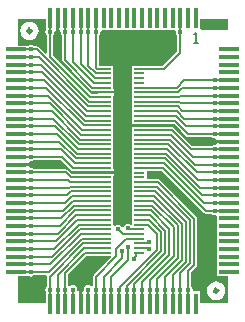
<source format=gtl>
G04*
G04 #@! TF.GenerationSoftware,Altium Limited,Altium Designer,21.7.2 (23)*
G04*
G04 Layer_Physical_Order=1*
G04 Layer_Color=255*
%FSAX44Y44*%
%MOMM*%
G71*
G04*
G04 #@! TF.SameCoordinates,CF3CE134-0CDD-455B-BED0-1871B7D76FAE*
G04*
G04*
G04 #@! TF.FilePolarity,Positive*
G04*
G01*
G75*
%ADD12C,0.1500*%
%ADD13C,0.3000*%
%ADD14R,0.9500X0.2000*%
%ADD19R,1.8000X0.3500*%
%ADD20R,0.3500X1.8000*%
%ADD21C,0.2000*%
%ADD22C,0.4500*%
G36*
X00920750Y00589000D02*
X00898070Y00589000D01*
Y00590008D01*
X00896750D01*
Y00598500D01*
X00920750D01*
Y00589000D01*
D02*
G37*
G36*
X00766750Y00589386D02*
X00766467Y00588963D01*
X00766176Y00587500D01*
X00766467Y00586037D01*
X00767296Y00584796D01*
X00767451Y00584693D01*
Y00569565D01*
X00766277Y00569079D01*
X00760804Y00574552D01*
X00759977Y00575105D01*
X00759001Y00575299D01*
X00756557D01*
X00756454Y00575454D01*
X00755213Y00576282D01*
X00753750Y00576573D01*
X00752287Y00576282D01*
X00751864Y00576000D01*
X00742750D01*
Y00598500D01*
X00766750D01*
Y00589386D01*
D02*
G37*
G36*
X00777500Y00588500D02*
X00778374D01*
X00779180Y00587518D01*
X00779176Y00587500D01*
X00779467Y00586037D01*
X00780296Y00584796D01*
X00780451Y00584693D01*
Y00563601D01*
X00780645Y00562625D01*
X00781197Y00561798D01*
X00804298Y00538697D01*
X00805125Y00538145D01*
X00806101Y00537951D01*
X00810850D01*
Y00537500D01*
X00817600D01*
X00824350D01*
Y00539500D01*
X00823850D01*
Y00546000D01*
Y00559000D01*
X00817846D01*
X00817600Y00559049D01*
X00811549D01*
Y00584693D01*
X00811703Y00584796D01*
X00812532Y00586037D01*
X00812823Y00587500D01*
X00812777Y00587730D01*
X00813820Y00589000D01*
X00817480D01*
X00818750Y00589000D01*
Y00589000D01*
X00818750D01*
Y00589000D01*
X00823980D01*
X00825250Y00589000D01*
Y00589000D01*
X00825250D01*
Y00589000D01*
X00830480D01*
X00831750Y00589000D01*
Y00589000D01*
X00831750D01*
Y00589000D01*
X00836980D01*
X00838250Y00589000D01*
Y00589000D01*
X00838250D01*
Y00589000D01*
X00843480D01*
X00844750Y00589000D01*
Y00589000D01*
X00844750D01*
Y00589000D01*
X00849980D01*
X00851250Y00589000D01*
Y00589000D01*
X00851250D01*
Y00589000D01*
X00856480D01*
X00857750Y00589000D01*
Y00589000D01*
X00857750D01*
Y00589000D01*
X00862980D01*
X00864250Y00589000D01*
Y00589000D01*
X00864250D01*
Y00589000D01*
X00869480D01*
X00870750Y00589000D01*
Y00589000D01*
X00870750D01*
Y00589000D01*
X00875680D01*
X00876722Y00587730D01*
X00876676Y00587500D01*
X00876968Y00586037D01*
X00877796Y00584796D01*
X00877951Y00584693D01*
Y00571056D01*
X00865944Y00559049D01*
X00845900D01*
X00845654Y00559000D01*
X00839650D01*
Y00546000D01*
Y00534000D01*
Y00522000D01*
Y00511500D01*
X00839150D01*
Y00509500D01*
X00845900D01*
X00852650D01*
Y00509951D01*
X00874644D01*
X00885147Y00499448D01*
X00885974Y00498895D01*
X00886949Y00498701D01*
X00906943D01*
X00907046Y00498547D01*
X00908287Y00497718D01*
X00909750Y00497427D01*
X00909768Y00497430D01*
X00910750Y00496625D01*
Y00495750D01*
X00921750D01*
Y00493750D01*
X00910750D01*
Y00492876D01*
X00909768Y00492070D01*
X00909750Y00492074D01*
X00908287Y00491783D01*
X00907046Y00490954D01*
X00906943Y00490799D01*
X00890603D01*
X00875100Y00506302D01*
X00874273Y00506855D01*
X00873298Y00507049D01*
X00852650D01*
Y00507500D01*
X00845900D01*
X00839150D01*
Y00505500D01*
X00839650D01*
Y00498000D01*
Y00486000D01*
Y00474000D01*
Y00462000D01*
Y00450000D01*
Y00438000D01*
Y00424982D01*
X00839463Y00424828D01*
X00838380Y00424420D01*
X00837463Y00425032D01*
X00836000Y00425323D01*
X00834537Y00425032D01*
X00833296Y00424204D01*
X00832468Y00422963D01*
X00832323Y00422235D01*
X00831076Y00422214D01*
X00831026Y00422223D01*
X00830204Y00423454D01*
X00828963Y00424282D01*
X00827500Y00424573D01*
X00826037Y00424282D01*
X00825120Y00423670D01*
X00824037Y00424079D01*
X00823850Y00424232D01*
Y00430000D01*
Y00442000D01*
Y00454000D01*
Y00465500D01*
X00824350D01*
Y00467500D01*
X00817600D01*
X00810850D01*
Y00467049D01*
X00789112D01*
X00785608Y00470552D01*
X00784781Y00471105D01*
X00783806Y00471299D01*
X00756557D01*
X00756454Y00471453D01*
X00755213Y00472282D01*
X00753750Y00472573D01*
X00753732Y00472570D01*
X00752750Y00473375D01*
Y00474250D01*
X00741750D01*
Y00476250D01*
X00752750D01*
Y00477124D01*
X00753732Y00477930D01*
X00753750Y00477926D01*
X00755213Y00478217D01*
X00756454Y00479046D01*
X00756557Y00479201D01*
X00779650D01*
X00788153Y00470698D01*
X00788980Y00470145D01*
X00789955Y00469951D01*
X00810850D01*
Y00469500D01*
X00817600D01*
X00824350D01*
Y00471500D01*
X00823850D01*
Y00486000D01*
Y00498000D01*
Y00510000D01*
Y00522000D01*
Y00533500D01*
X00824350D01*
Y00535500D01*
X00817600D01*
X00810850D01*
Y00535049D01*
X00805257D01*
X00772549Y00567757D01*
Y00584693D01*
X00772703Y00584796D01*
X00773532Y00586037D01*
X00773823Y00587500D01*
X00773820Y00587518D01*
X00774625Y00588500D01*
X00775500D01*
Y00599500D01*
X00777500D01*
Y00588500D01*
D02*
G37*
G36*
X00767487Y00380431D02*
X00767451Y00380250D01*
Y00372307D01*
X00767296Y00372203D01*
X00766468Y00370963D01*
X00766177Y00369500D01*
X00766468Y00368037D01*
X00766750Y00367614D01*
Y00358500D01*
X00742750D01*
Y00381000D01*
X00751864D01*
X00752287Y00380717D01*
X00753750Y00380426D01*
X00755213Y00380717D01*
X00756454Y00381546D01*
X00756557Y00381701D01*
X00766551D01*
X00767487Y00380431D01*
D02*
G37*
G36*
X00821972Y00396827D02*
X00807198Y00382052D01*
X00806645Y00381226D01*
X00806451Y00380250D01*
Y00372622D01*
X00805508Y00372229D01*
X00805204Y00372203D01*
X00803963Y00373032D01*
X00802500Y00373323D01*
X00801037Y00373032D01*
X00799797Y00372203D01*
X00798968Y00370963D01*
X00798677Y00369500D01*
X00798680Y00369482D01*
X00797875Y00368500D01*
X00797000D01*
Y00357500D01*
X00795000D01*
Y00368500D01*
X00794126D01*
X00793320Y00369482D01*
X00793324Y00369500D01*
X00793032Y00370963D01*
X00792204Y00372203D01*
X00790963Y00373032D01*
X00789500Y00373323D01*
X00788037Y00373032D01*
X00786796Y00372203D01*
X00786492Y00372229D01*
X00785549Y00372622D01*
Y00382295D01*
X00801205Y00397951D01*
X00817600D01*
X00817846Y00398000D01*
X00821486D01*
X00821972Y00396827D01*
D02*
G37*
G36*
X00900147Y00434448D02*
X00900974Y00433895D01*
X00901950Y00433701D01*
X00906943D01*
X00907046Y00433546D01*
X00908287Y00432718D01*
X00909750Y00432427D01*
X00909980Y00432472D01*
X00911250Y00431430D01*
Y00427770D01*
X00911250Y00426500D01*
X00911250D01*
Y00426500D01*
X00911250D01*
Y00421270D01*
X00911250Y00420000D01*
X00911250D01*
Y00420000D01*
X00911250D01*
Y00414770D01*
X00911250Y00413500D01*
X00911250D01*
Y00413500D01*
X00911250D01*
Y00408270D01*
X00911250Y00407000D01*
X00911250D01*
Y00407000D01*
X00911250D01*
Y00401770D01*
X00911250Y00400500D01*
X00911250D01*
Y00400500D01*
X00911250D01*
Y00395270D01*
X00911250Y00394000D01*
X00911250D01*
Y00394000D01*
X00911250D01*
Y00388770D01*
X00911250Y00387500D01*
X00911250D01*
Y00387500D01*
X00911250D01*
Y00381000D01*
X00920750D01*
Y00358500D01*
X00896750D01*
Y00368000D01*
X00891820D01*
X00890778Y00369270D01*
X00890824Y00369500D01*
X00890533Y00370963D01*
X00889704Y00372203D01*
X00889549Y00372307D01*
Y00383929D01*
X00894052Y00388433D01*
X00894605Y00389259D01*
X00894799Y00390235D01*
Y00429548D01*
X00894605Y00430523D01*
X00894052Y00431350D01*
X00863100Y00462302D01*
X00862273Y00462855D01*
X00861298Y00463049D01*
X00852150D01*
Y00469951D01*
X00864644D01*
X00900147Y00434448D01*
D02*
G37*
%LPC*%
G36*
X00752750Y00596317D02*
X00750727Y00596050D01*
X00748842Y00595270D01*
X00747223Y00594027D01*
X00745980Y00592408D01*
X00745200Y00590523D01*
X00744933Y00588500D01*
X00745200Y00586477D01*
X00745980Y00584592D01*
X00747223Y00582973D01*
X00748842Y00581730D01*
X00750727Y00580950D01*
X00752750Y00580683D01*
X00754773Y00580950D01*
X00756658Y00581730D01*
X00758277Y00582973D01*
X00759520Y00584592D01*
X00760301Y00586477D01*
X00760567Y00588500D01*
X00760301Y00590523D01*
X00759520Y00592408D01*
X00758277Y00594027D01*
X00756658Y00595270D01*
X00754773Y00596050D01*
X00752750Y00596317D01*
D02*
G37*
G36*
X00910750Y00376317D02*
X00908727Y00376050D01*
X00906842Y00375270D01*
X00905223Y00374027D01*
X00903980Y00372408D01*
X00903199Y00370523D01*
X00902933Y00368500D01*
X00903199Y00366477D01*
X00903980Y00364591D01*
X00905223Y00362973D01*
X00906842Y00361730D01*
X00908727Y00360950D01*
X00910750Y00360683D01*
X00912773Y00360950D01*
X00914658Y00361730D01*
X00916277Y00362973D01*
X00917520Y00364591D01*
X00918300Y00366477D01*
X00918567Y00368500D01*
X00918300Y00370523D01*
X00917520Y00372408D01*
X00916277Y00374027D01*
X00914658Y00375270D01*
X00912773Y00376050D01*
X00910750Y00376317D01*
D02*
G37*
%LPD*%
D12*
X00892071Y00578011D02*
X00895070D01*
X00893570D01*
Y00587008D01*
X00892071Y00585508D01*
D13*
X00912250Y00368500D02*
G03*
X00912250Y00368500I-00001500J00000000D01*
G01*
X00754250Y00588500D02*
G03*
X00754250Y00588500I-00001500J00000000D01*
G01*
D14*
X00817600Y00552500D02*
D03*
X00845900Y00556500D02*
D03*
Y00552500D02*
D03*
X00817600Y00556500D02*
D03*
X00845900Y00548500D02*
D03*
X00817600D02*
D03*
X00845900Y00544500D02*
D03*
X00817600D02*
D03*
X00845900Y00540500D02*
D03*
X00817600D02*
D03*
Y00524500D02*
D03*
X00845900D02*
D03*
X00817600Y00528500D02*
D03*
X00845900D02*
D03*
X00817600Y00532500D02*
D03*
X00845900D02*
D03*
Y00536500D02*
D03*
X00817600D02*
D03*
Y00508500D02*
D03*
X00845900D02*
D03*
X00817600Y00512500D02*
D03*
X00845900D02*
D03*
X00817600Y00516500D02*
D03*
X00845900D02*
D03*
Y00520500D02*
D03*
X00817600D02*
D03*
Y00492500D02*
D03*
X00845900D02*
D03*
X00817600Y00496500D02*
D03*
X00845900D02*
D03*
X00817600Y00500500D02*
D03*
X00845900D02*
D03*
Y00504500D02*
D03*
X00817600D02*
D03*
Y00476500D02*
D03*
X00845900D02*
D03*
X00817600Y00480500D02*
D03*
X00845900D02*
D03*
X00817600Y00484500D02*
D03*
X00845900D02*
D03*
Y00488500D02*
D03*
X00817600D02*
D03*
Y00460500D02*
D03*
X00845900D02*
D03*
X00817600Y00464500D02*
D03*
X00845900D02*
D03*
X00817600Y00468500D02*
D03*
X00845900D02*
D03*
Y00472500D02*
D03*
X00817600D02*
D03*
Y00444500D02*
D03*
X00845900D02*
D03*
X00817600Y00448500D02*
D03*
X00845900D02*
D03*
X00817600Y00452500D02*
D03*
X00845900D02*
D03*
Y00456500D02*
D03*
X00817600D02*
D03*
Y00428500D02*
D03*
X00845900D02*
D03*
X00817600Y00432500D02*
D03*
X00845900D02*
D03*
X00817600Y00436500D02*
D03*
X00845900D02*
D03*
Y00440500D02*
D03*
X00817600D02*
D03*
Y00412500D02*
D03*
Y00408500D02*
D03*
Y00404500D02*
D03*
Y00400500D02*
D03*
Y00424500D02*
D03*
Y00420500D02*
D03*
Y00416500D02*
D03*
X00845900Y00412500D02*
D03*
Y00408500D02*
D03*
Y00404500D02*
D03*
Y00400500D02*
D03*
Y00424500D02*
D03*
Y00420500D02*
D03*
Y00416500D02*
D03*
D19*
X00741750Y00566250D02*
D03*
Y00572750D02*
D03*
Y00559750D02*
D03*
Y00546750D02*
D03*
Y00553250D02*
D03*
Y00533750D02*
D03*
Y00540250D02*
D03*
Y00520750D02*
D03*
Y00527250D02*
D03*
Y00507750D02*
D03*
Y00514250D02*
D03*
Y00494750D02*
D03*
Y00501250D02*
D03*
Y00481750D02*
D03*
Y00488250D02*
D03*
Y00397250D02*
D03*
Y00390750D02*
D03*
Y00410250D02*
D03*
Y00403750D02*
D03*
Y00423250D02*
D03*
Y00416750D02*
D03*
Y00436250D02*
D03*
Y00429750D02*
D03*
Y00449250D02*
D03*
Y00442750D02*
D03*
Y00462250D02*
D03*
Y00455750D02*
D03*
Y00468750D02*
D03*
Y00475250D02*
D03*
Y00384250D02*
D03*
X00921750Y00572750D02*
D03*
Y00481750D02*
D03*
Y00488250D02*
D03*
Y00501250D02*
D03*
Y00494750D02*
D03*
Y00514250D02*
D03*
Y00507750D02*
D03*
Y00527250D02*
D03*
Y00520750D02*
D03*
Y00540250D02*
D03*
Y00533750D02*
D03*
Y00553250D02*
D03*
Y00546750D02*
D03*
Y00566250D02*
D03*
Y00559750D02*
D03*
Y00468750D02*
D03*
Y00475250D02*
D03*
Y00455750D02*
D03*
Y00462250D02*
D03*
Y00442750D02*
D03*
Y00449250D02*
D03*
Y00429750D02*
D03*
Y00436250D02*
D03*
Y00416750D02*
D03*
Y00423250D02*
D03*
Y00403750D02*
D03*
Y00410250D02*
D03*
Y00397250D02*
D03*
Y00384250D02*
D03*
Y00390750D02*
D03*
D20*
X00867500Y00357500D02*
D03*
X00874000D02*
D03*
X00887000D02*
D03*
X00880500D02*
D03*
X00893500D02*
D03*
X00854500D02*
D03*
X00861000D02*
D03*
X00841500D02*
D03*
X00848000D02*
D03*
X00828500D02*
D03*
X00835000D02*
D03*
X00815500D02*
D03*
X00822000D02*
D03*
X00802500D02*
D03*
X00809000D02*
D03*
X00789500D02*
D03*
X00796000D02*
D03*
X00783000D02*
D03*
X00770000D02*
D03*
X00776500D02*
D03*
X00887000Y00599500D02*
D03*
X00893500D02*
D03*
X00880500D02*
D03*
X00867500D02*
D03*
X00874000D02*
D03*
X00854500D02*
D03*
X00861000D02*
D03*
X00841500D02*
D03*
X00848000D02*
D03*
X00828500D02*
D03*
X00835000D02*
D03*
X00815500D02*
D03*
X00822000D02*
D03*
X00802500D02*
D03*
X00809000D02*
D03*
X00770000D02*
D03*
X00783000D02*
D03*
X00776500D02*
D03*
X00789500D02*
D03*
X00796000D02*
D03*
D21*
X00783000Y00563601D02*
X00806101Y00540500D01*
X00817600D01*
X00783000Y00563601D02*
Y00587500D01*
X00880500D02*
Y00599500D01*
X00841500Y00369500D02*
Y00374133D01*
X00855599Y00436500D02*
X00871250Y00420849D01*
X00853700Y00428500D02*
X00864250Y00417950D01*
X00848000Y00357500D02*
Y00369500D01*
X00860750Y00403283D02*
Y00416500D01*
X00848000Y00369500D02*
Y00375683D01*
X00885250Y00393134D02*
Y00426648D01*
X00845900Y00448500D02*
X00858448D01*
X00845900Y00460500D02*
X00861298D01*
X00857499Y00444500D02*
X00878250Y00423749D01*
X00854649Y00432500D02*
X00867750Y00419399D01*
X00856549Y00440500D02*
X00874750Y00422299D01*
X00888750Y00391685D02*
Y00428098D01*
X00845900Y00424500D02*
X00852750D01*
X00871250Y00398933D02*
Y00420849D01*
X00845900Y00436500D02*
X00855599D01*
X00881750Y00394584D02*
Y00425198D01*
X00892250Y00390235D02*
Y00429548D01*
X00878250Y00396034D02*
Y00423749D01*
X00841500Y00357500D02*
Y00369500D01*
X00845900Y00428500D02*
X00853700D01*
X00867750Y00400383D02*
Y00419399D01*
X00874750Y00397484D02*
Y00422299D01*
X00845900Y00456500D02*
X00860348D01*
X00845900Y00452500D02*
X00859398D01*
X00861298Y00460500D02*
X00892250Y00429548D01*
X00845900Y00444500D02*
X00857499D01*
X00845900Y00440500D02*
X00856549D01*
X00845900Y00432500D02*
X00854649D01*
X00864250Y00401833D02*
Y00417950D01*
X00860348Y00456500D02*
X00888750Y00428098D01*
X00852750Y00424500D02*
X00860750Y00416500D01*
X00859398Y00452500D02*
X00885250Y00426648D01*
X00858448Y00448500D02*
X00881750Y00425198D01*
X00887000Y00369500D02*
Y00384985D01*
X00892250Y00390235D01*
X00887000Y00357500D02*
Y00369500D01*
X00880500D02*
Y00383435D01*
X00888750Y00391685D01*
X00880500Y00357500D02*
Y00369500D01*
X00874000D02*
Y00381885D01*
X00885250Y00393134D01*
X00874000Y00357500D02*
Y00369500D01*
X00867500D02*
Y00380334D01*
X00881750Y00394584D01*
X00867500Y00357500D02*
Y00369500D01*
X00861000D02*
Y00378784D01*
X00878250Y00396034D01*
X00861000Y00357500D02*
Y00369500D01*
X00854500D02*
Y00377234D01*
X00874750Y00397484D01*
X00854500Y00357500D02*
Y00369500D01*
X00848000Y00375683D02*
X00871250Y00398933D01*
X00841500Y00374133D02*
X00867750Y00400383D01*
X00835000Y00369500D02*
X00835171Y00369671D01*
Y00372754D01*
X00864250Y00401833D01*
X00845141Y00387674D02*
X00860750Y00403283D01*
X00845141Y00387674D02*
Y00387674D01*
X00828500Y00369500D02*
X00828979Y00369978D01*
Y00371511D01*
X00845141Y00387674D01*
X00828500Y00357500D02*
Y00369500D01*
X00853250Y00404500D02*
X00854250Y00403500D01*
X00845900Y00404500D02*
X00853250D01*
X00853250Y00408500D02*
X00854250Y00409500D01*
X00840918Y00395353D02*
Y00396030D01*
X00836000Y00394250D02*
Y00405750D01*
X00822000Y00380250D02*
X00836000Y00394250D01*
X00840918Y00396030D02*
X00842633Y00397744D01*
Y00400500D02*
X00845900D01*
X00842633Y00397744D02*
Y00400500D01*
X00835000Y00357500D02*
Y00369500D01*
X00826250Y00397500D02*
Y00404217D01*
X00831000Y00395967D02*
Y00402250D01*
X00815500Y00369500D02*
Y00380468D01*
X00831000Y00395967D01*
X00822000Y00369500D02*
Y00380250D01*
X00809000D02*
X00826250Y00397500D01*
X00809000Y00369500D02*
Y00380250D01*
X00822000Y00357500D02*
Y00369500D01*
X00809000Y00357500D02*
Y00369500D01*
X00815500Y00357500D02*
Y00369500D01*
X00834532Y00412500D02*
X00845900D01*
X00826250Y00404217D02*
X00834532Y00412500D01*
X00827500Y00420750D02*
X00828000D01*
X00832250Y00416500D01*
X00845900D01*
X00909750Y00436250D02*
X00921750D01*
X00909750Y00442750D02*
X00921750D01*
X00909750Y00455750D02*
X00921750D01*
X00909750Y00449250D02*
X00921750D01*
X00909750Y00468750D02*
X00921750D01*
X00909750Y00462250D02*
X00921750D01*
X00909750Y00481750D02*
X00921750D01*
X00909750Y00475250D02*
X00921750D01*
X00909750Y00494750D02*
X00921750D01*
X00909750Y00488250D02*
X00921750D01*
X00909750Y00507750D02*
X00921750D01*
X00909750Y00501250D02*
X00921750D01*
X00909750Y00520750D02*
X00921750D01*
X00909750Y00514250D02*
X00921750D01*
X00909750Y00533750D02*
X00921750D01*
X00909750Y00527250D02*
X00921750D01*
X00909750Y00546750D02*
X00921750D01*
X00909750Y00540250D02*
X00921750D01*
X00796000Y00357500D02*
Y00369500D01*
X00802500Y00357500D02*
Y00369500D01*
X00783000Y00357500D02*
Y00369500D01*
X00789500Y00357500D02*
Y00369500D01*
X00776500Y00357500D02*
Y00369500D01*
X00770000Y00357500D02*
Y00369500D01*
X00741750Y00390750D02*
X00753750D01*
X00741750Y00384250D02*
X00753750D01*
X00741750Y00397250D02*
X00753750D01*
X00741750Y00403750D02*
X00753750D01*
X00741750Y00410250D02*
X00753750D01*
X00741750Y00416750D02*
X00753750D01*
X00741750Y00423250D02*
X00753750D01*
X00741750Y00429750D02*
X00753750D01*
X00741750Y00436250D02*
X00753750D01*
X00741750Y00442750D02*
X00753750D01*
X00741750Y00449250D02*
X00753750D01*
X00741750Y00455750D02*
X00753750D01*
X00741750Y00462250D02*
X00753750D01*
X00741750Y00468750D02*
X00753750D01*
X00741750Y00494750D02*
X00753750D01*
X00741750Y00475250D02*
X00753750D01*
X00741750Y00488250D02*
X00753750D01*
X00741750Y00481750D02*
X00753750D01*
X00741750Y00501250D02*
X00753750D01*
X00741750Y00507750D02*
X00753750D01*
X00741750Y00520750D02*
X00753750D01*
X00741750Y00514250D02*
X00753750D01*
X00741750Y00527250D02*
X00753750D01*
X00741750Y00533750D02*
X00753750D01*
X00741750Y00540250D02*
X00753750D01*
X00741750Y00546750D02*
X00753750D01*
X00741750Y00553250D02*
X00753750D01*
X00741750Y00559750D02*
X00753750D01*
X00741750Y00566250D02*
X00753750D01*
X00741750Y00572750D02*
X00753750D01*
X00809000Y00587500D02*
Y00599500D01*
X00802500Y00587500D02*
Y00599500D01*
X00796000Y00587500D02*
Y00599500D01*
X00789500Y00587500D02*
Y00599500D01*
X00783000Y00587500D02*
Y00599500D01*
X00776500Y00587500D02*
Y00599500D01*
X00770000Y00587500D02*
Y00599500D01*
X00809900Y00556500D02*
X00817600D01*
X00809000Y00557400D02*
X00809900Y00556500D01*
X00845900D02*
X00867000D01*
X00880500Y00570000D01*
Y00587500D01*
X00845900Y00408500D02*
X00853250D01*
X00836000Y00421500D02*
X00837000Y00420500D01*
X00845900D01*
X00845900Y00412500D02*
X00845900Y00412500D01*
X00783000Y00369500D02*
Y00383351D01*
X00800150Y00400500D01*
X00883801Y00546750D02*
X00909750D01*
X00877550Y00540500D02*
X00883801Y00546750D01*
X00809000Y00557400D02*
Y00587500D01*
X00808950Y00552500D02*
X00817600D01*
X00802500Y00558950D02*
X00808950Y00552500D01*
X00802500Y00558950D02*
Y00587500D01*
X00800150Y00400500D02*
X00817600D01*
X00799200Y00404500D02*
X00817600D01*
X00776500Y00381800D02*
X00799200Y00404500D01*
X00776500Y00369500D02*
Y00381800D01*
X00798250Y00408500D02*
X00817600D01*
X00770000Y00380250D02*
X00798250Y00408500D01*
X00770000Y00369500D02*
Y00380250D01*
X00753750Y00416750D02*
X00776698D01*
X00753750Y00410250D02*
X00775148D01*
X00753750Y00403750D02*
X00773597D01*
X00753750Y00397250D02*
X00772047D01*
X00753750Y00390750D02*
X00770497D01*
X00753750Y00384250D02*
X00768947D01*
X00797197Y00412500D01*
X00770497Y00390750D02*
X00796247Y00416500D01*
X00772047Y00397250D02*
X00795298Y00420500D01*
X00773597Y00403750D02*
X00794348Y00424500D01*
X00775148Y00410250D02*
X00793398Y00428500D01*
X00776698Y00416750D02*
X00792448Y00432500D01*
X00817600D01*
X00793398Y00428500D02*
X00817600D01*
X00794348Y00424500D02*
X00817600D01*
X00795298Y00420500D02*
X00817600D01*
X00796247Y00416500D02*
X00817600D01*
X00797197Y00412500D02*
X00817600D01*
X00778248Y00423250D02*
X00791499Y00436500D01*
X00753750Y00423250D02*
X00778248D01*
X00791499Y00436500D02*
X00817600D01*
X00779799Y00429750D02*
X00790549Y00440500D01*
X00753750Y00429750D02*
X00779799D01*
X00790549Y00440500D02*
X00817600D01*
X00781349Y00436250D02*
X00789599Y00444500D01*
X00753750Y00436250D02*
X00781349D01*
X00789599Y00444500D02*
X00817600D01*
X00782899Y00442750D02*
X00788650Y00448500D01*
X00753750Y00442750D02*
X00782899D01*
X00788650Y00448500D02*
X00817600D01*
X00784449Y00449250D02*
X00787700Y00452500D01*
X00753750Y00449250D02*
X00784449D01*
X00787700Y00452500D02*
X00817600D01*
X00786750Y00456500D02*
X00817600D01*
X00786000Y00455750D02*
X00786750Y00456500D01*
X00753750Y00455750D02*
X00786000D01*
X00786750Y00460500D02*
X00817600D01*
X00785000Y00462250D02*
X00786750Y00460500D01*
X00753750Y00462250D02*
X00785000D01*
X00788056Y00464500D02*
X00817600D01*
X00783806Y00468750D02*
X00788056Y00464500D01*
X00753750Y00468750D02*
X00783806D01*
X00789006Y00468500D02*
X00817600D01*
X00782256Y00475250D02*
X00789006Y00468500D01*
X00753750Y00475250D02*
X00782256D01*
X00789955Y00472500D02*
X00817600D01*
X00780705Y00481750D02*
X00789955Y00472500D01*
X00753750Y00481750D02*
X00780705D01*
X00790905Y00476500D02*
X00817600D01*
X00779155Y00488250D02*
X00790905Y00476500D01*
X00753750Y00488250D02*
X00779155D01*
X00791855Y00480500D02*
X00817600D01*
X00777605Y00494750D02*
X00791855Y00480500D01*
X00753750Y00494750D02*
X00777605D01*
X00792804Y00484500D02*
X00817600D01*
X00776055Y00501250D02*
X00792804Y00484500D01*
X00753750Y00501250D02*
X00776055D01*
X00793754Y00488500D02*
X00817600D01*
X00774504Y00507750D02*
X00793754Y00488500D01*
X00753750Y00507750D02*
X00774504D01*
X00794704Y00492500D02*
X00817600D01*
X00772954Y00514250D02*
X00794704Y00492500D01*
X00753750Y00514250D02*
X00772954D01*
X00795654Y00496500D02*
X00817600D01*
X00771404Y00520750D02*
X00795654Y00496500D01*
X00753750Y00520750D02*
X00771404D01*
X00796603Y00500500D02*
X00817600D01*
X00769853Y00527250D02*
X00796603Y00500500D01*
X00753750Y00527250D02*
X00769853D01*
X00797553Y00504500D02*
X00817600D01*
X00768303Y00533750D02*
X00797553Y00504500D01*
X00753750Y00533750D02*
X00768303D01*
X00798503Y00508500D02*
X00817600D01*
X00766753Y00540250D02*
X00798503Y00508500D01*
X00753750Y00540250D02*
X00766753D01*
X00799453Y00512500D02*
X00817600D01*
X00765202Y00546750D02*
X00799453Y00512500D01*
X00753750Y00546750D02*
X00765202D01*
X00800402Y00516500D02*
X00817600D01*
X00763652Y00553250D02*
X00800402Y00516500D01*
X00801352Y00520500D02*
X00817600D01*
X00762102Y00559750D02*
X00801352Y00520500D01*
X00802302Y00524500D02*
X00817600D01*
X00760552Y00566250D02*
X00802302Y00524500D01*
X00803251Y00528500D02*
X00817600D01*
X00759001Y00572750D02*
X00803251Y00528500D01*
X00804201Y00532500D02*
X00817600D01*
X00770000Y00566701D02*
X00804201Y00532500D01*
X00753750Y00553250D02*
X00763652D01*
X00753750Y00559750D02*
X00762102D01*
X00770000Y00566701D02*
Y00587500D01*
X00776500Y00565151D02*
X00805151Y00536500D01*
X00776500Y00565151D02*
Y00587500D01*
X00753750Y00566250D02*
X00760552D01*
X00753750Y00572750D02*
X00759001D01*
X00845900Y00540500D02*
X00877550D01*
X00882250Y00540250D02*
X00909750D01*
X00878500Y00536500D02*
X00882250Y00540250D01*
X00845900Y00536500D02*
X00878500D01*
X00880750Y00533750D02*
X00909750D01*
X00879500Y00532500D02*
X00880750Y00533750D01*
X00845900Y00532500D02*
X00879500D01*
X00880748Y00527250D02*
X00909750D01*
X00879499Y00528500D02*
X00880748Y00527250D01*
X00845900Y00528500D02*
X00879499D01*
X00878549Y00524500D02*
X00882299Y00520750D01*
X00845900Y00524500D02*
X00878549D01*
X00877599Y00520500D02*
X00883849Y00514250D01*
X00845900Y00520500D02*
X00877599D01*
X00882299Y00520750D02*
X00909750D01*
X00876649Y00516500D02*
X00885399Y00507750D01*
X00845900Y00516500D02*
X00876649D01*
X00873298Y00504500D02*
X00889547Y00488250D01*
X00845900Y00504500D02*
X00873298D01*
X00874750Y00508500D02*
X00888500Y00494750D01*
X00845900Y00508500D02*
X00874750D01*
X00875700Y00512500D02*
X00886949Y00501250D01*
X00883849Y00514250D02*
X00909750D01*
X00885399Y00507750D02*
X00909750D01*
X00845900Y00512500D02*
X00875700D01*
X00886949Y00501250D02*
X00909750D01*
X00846150Y00500250D02*
X00872598D01*
X00845900Y00500500D02*
X00846150Y00500250D01*
X00872598D02*
X00891098Y00481750D01*
X00888500Y00494750D02*
X00909750D01*
X00871398Y00496500D02*
X00892648Y00475250D01*
X00845900Y00496500D02*
X00871398D01*
X00870448Y00492500D02*
X00894198Y00468750D01*
X00845900Y00492500D02*
X00870448D01*
X00869499Y00488500D02*
X00895749Y00462250D01*
X00845900Y00488500D02*
X00869499D01*
X00868549Y00484500D02*
X00897299Y00455750D01*
X00845900Y00484500D02*
X00868549D01*
X00867599Y00480500D02*
X00898849Y00449250D01*
X00845900Y00480500D02*
X00867599D01*
X00866649Y00476500D02*
X00900399Y00442750D01*
X00845900Y00476500D02*
X00866649D01*
X00865700Y00472500D02*
X00901950Y00436250D01*
X00845900Y00472500D02*
X00865700D01*
X00889547Y00488250D02*
X00909750D01*
X00891098Y00481750D02*
X00909750D01*
X00892648Y00475250D02*
X00909750D01*
X00789500Y00562051D02*
Y00587500D01*
Y00562051D02*
X00807050Y00544500D01*
X00796000Y00560500D02*
X00808000Y00548500D01*
X00796000Y00560500D02*
Y00587500D01*
X00805151Y00536500D02*
X00817600D01*
X00807050Y00544500D02*
X00817600D01*
X00808000Y00548500D02*
X00817600D01*
X00894198Y00468750D02*
X00909750D01*
X00895749Y00462250D02*
X00909750D01*
X00897299Y00455750D02*
X00909750D01*
X00898849Y00449250D02*
X00909750D01*
X00900399Y00442750D02*
X00909750D01*
X00901950Y00436250D02*
X00909750D01*
D22*
X00761750Y00579500D02*
D03*
X00763000Y00376000D02*
D03*
X00910750Y00593500D02*
D03*
X00902750Y00377500D02*
D03*
X00854250Y00403500D02*
D03*
Y00409500D02*
D03*
X00841500Y00369500D02*
D03*
X00848000D02*
D03*
X00854500D02*
D03*
X00861000D02*
D03*
X00867500D02*
D03*
X00874000D02*
D03*
X00880500D02*
D03*
X00887000D02*
D03*
X00840918Y00395353D02*
D03*
X00831000Y00402250D02*
D03*
X00827500Y00420750D02*
D03*
X00789500Y00369500D02*
D03*
X00836000Y00421500D02*
D03*
Y00405750D02*
D03*
X00828500Y00369500D02*
D03*
X00835000D02*
D03*
X00822000D02*
D03*
X00796000D02*
D03*
X00783000D02*
D03*
X00753750Y00416750D02*
D03*
Y00410250D02*
D03*
Y00403750D02*
D03*
Y00397250D02*
D03*
Y00390750D02*
D03*
Y00384250D02*
D03*
Y00423250D02*
D03*
Y00429750D02*
D03*
Y00436250D02*
D03*
Y00442750D02*
D03*
Y00449250D02*
D03*
Y00455750D02*
D03*
Y00462250D02*
D03*
Y00468750D02*
D03*
Y00475250D02*
D03*
Y00481750D02*
D03*
Y00488250D02*
D03*
Y00494750D02*
D03*
Y00501250D02*
D03*
Y00507750D02*
D03*
Y00514250D02*
D03*
Y00520750D02*
D03*
X00809000Y00587500D02*
D03*
X00753750Y00527250D02*
D03*
Y00533750D02*
D03*
Y00540250D02*
D03*
Y00546750D02*
D03*
Y00553250D02*
D03*
X00909750Y00501250D02*
D03*
X00753750Y00559750D02*
D03*
Y00566250D02*
D03*
Y00572750D02*
D03*
X00783000Y00587500D02*
D03*
X00776500D02*
D03*
X00770000D02*
D03*
X00789500D02*
D03*
X00796000D02*
D03*
X00802500D02*
D03*
X00909750Y00468750D02*
D03*
X00880500Y00587500D02*
D03*
X00770000Y00369500D02*
D03*
X00776500D02*
D03*
X00815500D02*
D03*
X00809000D02*
D03*
X00802500D02*
D03*
X00909750Y00527250D02*
D03*
Y00533750D02*
D03*
Y00540250D02*
D03*
Y00546750D02*
D03*
Y00507750D02*
D03*
Y00514250D02*
D03*
Y00520750D02*
D03*
Y00475250D02*
D03*
Y00481750D02*
D03*
Y00488250D02*
D03*
Y00494750D02*
D03*
Y00449250D02*
D03*
Y00455750D02*
D03*
Y00462250D02*
D03*
Y00436250D02*
D03*
Y00442750D02*
D03*
M02*

</source>
